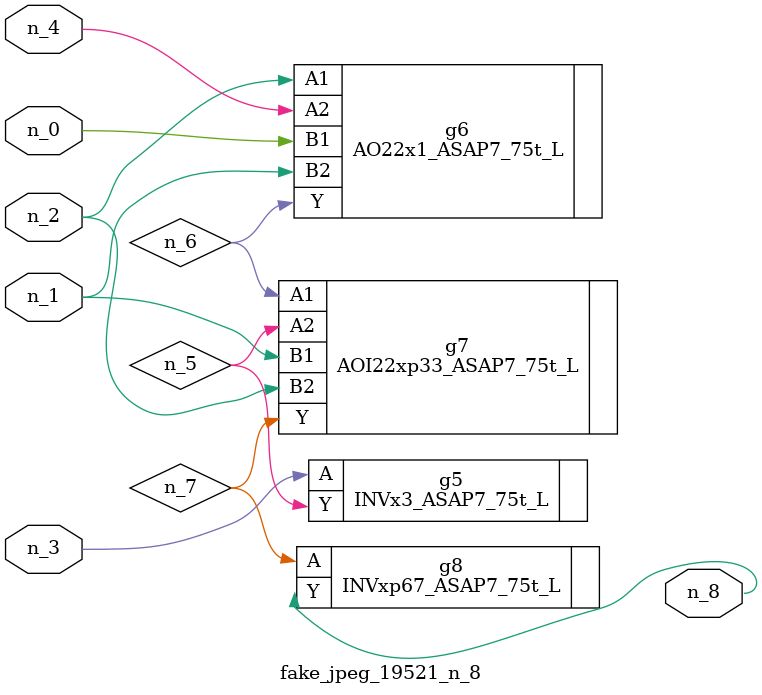
<source format=v>
module fake_jpeg_19521_n_8 (n_3, n_2, n_1, n_0, n_4, n_8);

input n_3;
input n_2;
input n_1;
input n_0;
input n_4;

output n_8;

wire n_6;
wire n_5;
wire n_7;

INVx3_ASAP7_75t_L g5 ( 
.A(n_3),
.Y(n_5)
);

AO22x1_ASAP7_75t_L g6 ( 
.A1(n_2),
.A2(n_4),
.B1(n_0),
.B2(n_1),
.Y(n_6)
);

AOI22xp33_ASAP7_75t_L g7 ( 
.A1(n_6),
.A2(n_5),
.B1(n_1),
.B2(n_2),
.Y(n_7)
);

INVxp67_ASAP7_75t_L g8 ( 
.A(n_7),
.Y(n_8)
);


endmodule
</source>
